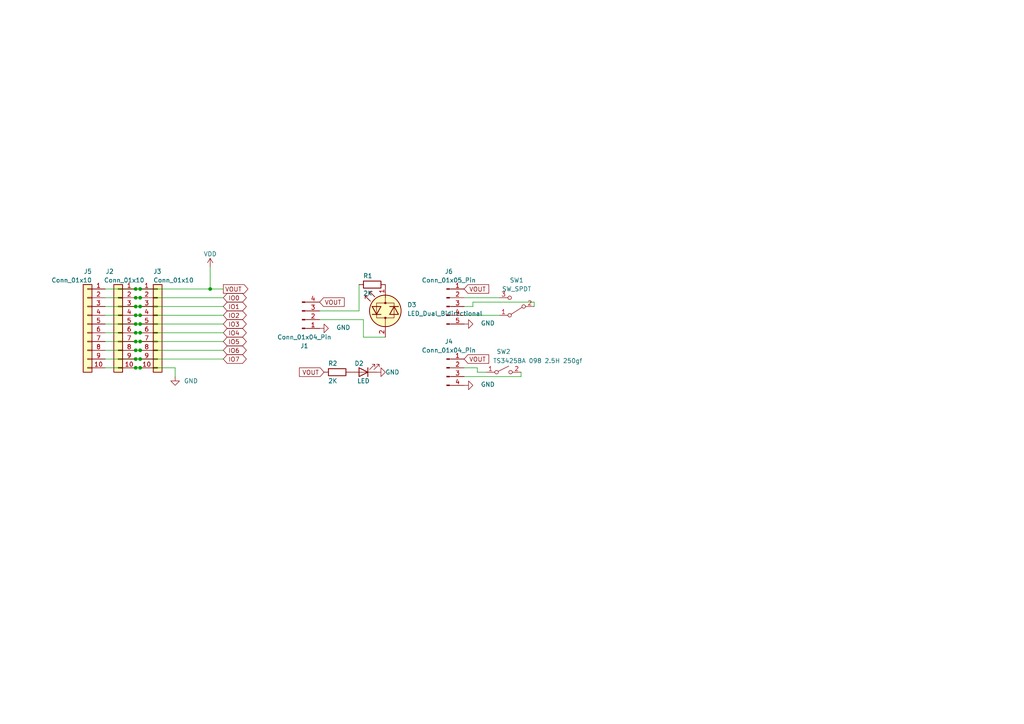
<source format=kicad_sch>
(kicad_sch (version 20231120) (generator "eeschema") (generator_version "8.0")
  (paper "A4")
  (lib_symbols
    (symbol "Connector:Conn_01x04_Pin" (pin_names (offset 1.016) hide)
      (property "Reference" "J" (at 0 5.08 0))
      (property "Value" "Conn_01x04_Pin" (at 0 -7.62 0))
      (symbol "Conn_01x04_Pin_1_1"
        (polyline (pts (xy 1.27 -5.08) (xy 0.8636 -5.08)) (stroke (width 0.1524)))
        (polyline (pts (xy 1.27 -2.54) (xy 0.8636 -2.54)) (stroke (width 0.1524)))
        (polyline (pts (xy 1.27 0) (xy 0.8636 0)) (stroke (width 0.1524)))
        (polyline (pts (xy 1.27 2.54) (xy 0.8636 2.54)) (stroke (width 0.1524)))
        (rectangle (start 0.8636 -4.953) (end 0 -5.207) (stroke (width 0.1524)) (fill (type outline)))
        (rectangle (start 0.8636 -2.413) (end 0 -2.667) (stroke (width 0.1524)) (fill (type outline)))
        (rectangle (start 0.8636 0.127) (end 0 -0.127) (stroke (width 0.1524)) (fill (type outline)))
        (rectangle (start 0.8636 2.667) (end 0 2.413) (stroke (width 0.1524)) (fill (type outline)))
        (pin passive line (at 5.08 2.54 180) (length 3.81) (name "Pin_1") (number "1"))
        (pin passive line (at 5.08 0 180) (length 3.81) (name "Pin_2") (number "2"))
        (pin passive line (at 5.08 -2.54 180) (length 3.81) (name "Pin_3") (number "3"))
        (pin passive line (at 5.08 -5.08 180) (length 3.81) (name "Pin_4") (number "4"))
      )
    )
    (symbol "Connector:Conn_01x05_Pin" (pin_names (offset 1.016) hide)
      (property "Reference" "J" (at 0 7.62 0))
      (property "Value" "Conn_01x05_Pin" (at 0 -7.62 0))
      (symbol "Conn_01x05_Pin_1_1"
        (polyline (pts (xy 1.27 -5.08) (xy 0.8636 -5.08)) (stroke (width 0.1524)))
        (polyline (pts (xy 1.27 -2.54) (xy 0.8636 -2.54)) (stroke (width 0.1524)))
        (polyline (pts (xy 1.27 0) (xy 0.8636 0)) (stroke (width 0.1524)))
        (polyline (pts (xy 1.27 2.54) (xy 0.8636 2.54)) (stroke (width 0.1524)))
        (polyline (pts (xy 1.27 5.08) (xy 0.8636 5.08)) (stroke (width 0.1524)))
        (rectangle (start 0.8636 -4.953) (end 0 -5.207) (stroke (width 0.1524)) (fill (type outline)))
        (rectangle (start 0.8636 -2.413) (end 0 -2.667) (stroke (width 0.1524)) (fill (type outline)))
        (rectangle (start 0.8636 0.127) (end 0 -0.127) (stroke (width 0.1524)) (fill (type outline)))
        (rectangle (start 0.8636 2.667) (end 0 2.413) (stroke (width 0.1524)) (fill (type outline)))
        (rectangle (start 0.8636 5.207) (end 0 4.953) (stroke (width 0.1524)) (fill (type outline)))
        (pin passive line (at 5.08 5.08 180) (length 3.81) (name "Pin_1") (number "1"))
        (pin passive line (at 5.08 2.54 180) (length 3.81) (name "Pin_2") (number "2"))
        (pin passive line (at 5.08 0 180) (length 3.81) (name "Pin_3") (number "3"))
        (pin passive line (at 5.08 -2.54 180) (length 3.81) (name "Pin_4") (number "4"))
        (pin passive line (at 5.08 -5.08 180) (length 3.81) (name "Pin_5") (number "5"))
      )
    )
    (symbol "Connector_Generic:Conn_01x10" (pin_names (offset 1.016) hide)
      (property "Reference" "J" (at 0 12.7 0))
      (property "Value" "Conn_01x10" (at 0 -15.24 0))
      (symbol "Conn_01x10_1_1"
        (rectangle (start -1.27 -12.573) (end 0 -12.827) (stroke (width 0.1524)))
        (rectangle (start -1.27 -10.033) (end 0 -10.287) (stroke (width 0.1524)))
        (rectangle (start -1.27 -7.493) (end 0 -7.747) (stroke (width 0.1524)))
        (rectangle (start -1.27 -4.953) (end 0 -5.207) (stroke (width 0.1524)))
        (rectangle (start -1.27 -2.413) (end 0 -2.667) (stroke (width 0.1524)))
        (rectangle (start -1.27 0.127) (end 0 -0.127) (stroke (width 0.1524)))
        (rectangle (start -1.27 2.667) (end 0 2.413) (stroke (width 0.1524)))
        (rectangle (start -1.27 5.207) (end 0 4.953) (stroke (width 0.1524)))
        (rectangle (start -1.27 7.747) (end 0 7.493) (stroke (width 0.1524)))
        (rectangle (start -1.27 10.287) (end 0 10.033) (stroke (width 0.1524)))
        (rectangle (start -1.27 11.43) (end 1.27 -13.97) (stroke (width 0.254)) (fill (type background)))
        (pin passive line (at -5.08 10.16 0) (length 3.81) (name "Pin_1") (number "1"))
        (pin passive line (at -5.08 -12.7 0) (length 3.81) (name "Pin_10") (number "10"))
        (pin passive line (at -5.08 7.62 0) (length 3.81) (name "Pin_2") (number "2"))
        (pin passive line (at -5.08 5.08 0) (length 3.81) (name "Pin_3") (number "3"))
        (pin passive line (at -5.08 2.54 0) (length 3.81) (name "Pin_4") (number "4"))
        (pin passive line (at -5.08 0 0) (length 3.81) (name "Pin_5") (number "5"))
        (pin passive line (at -5.08 -2.54 0) (length 3.81) (name "Pin_6") (number "6"))
        (pin passive line (at -5.08 -5.08 0) (length 3.81) (name "Pin_7") (number "7"))
        (pin passive line (at -5.08 -7.62 0) (length 3.81) (name "Pin_8") (number "8"))
        (pin passive line (at -5.08 -10.16 0) (length 3.81) (name "Pin_9") (number "9"))
      )
    )
    (symbol "Device:LED" (pin_numbers hide) (pin_names (offset 1.016) hide)
      (property "Reference" "D" (at 0 2.54 0))
      (property "Value" "LED" (at 0 -2.54 0))
      (symbol "LED_0_1"
        (polyline (pts (xy -1.27 -1.27) (xy -1.27 1.27)) (stroke (width 0.254)))
        (polyline (pts (xy -1.27 0) (xy 1.27 0)))
        (polyline (pts (xy 1.27 -1.27) (xy 1.27 1.27) (xy -1.27 0) (xy 1.27 -1.27)) (stroke (width 0.254)))
        (polyline (pts (xy -3.048 -0.762) (xy -4.572 -2.286) (xy -3.81 -2.286) (xy -4.572 -2.286) (xy -4.572 -1.524)))
        (polyline (pts (xy -1.778 -0.762) (xy -3.302 -2.286) (xy -2.54 -2.286) (xy -3.302 -2.286) (xy -3.302 -1.524)))
      )
      (symbol "LED_1_1"
        (pin passive line (at -3.81 0 0) (length 2.54) (name "K") (number "1"))
        (pin passive line (at 3.81 0 180) (length 2.54) (name "A") (number "2"))
      )
    )
    (symbol "Device:LED_Dual_Bidirectional" (pin_names (offset 0) hide)
      (property "Reference" "D" (at 0 5.715 0))
      (property "Value" "LED_Dual_Bidirectional" (at 0 -6.35 0))
      (symbol "LED_Dual_Bidirectional_0_1"
        (circle (center -2.032 0) (radius 0.254) (fill (type outline)))
        (polyline (pts (xy -4.572 0) (xy -2.54 0)))
        (polyline (pts (xy -2.032 0) (xy -2.54 0)))
        (polyline (pts (xy -1.016 3.81) (xy -1.016 1.27)) (stroke (width 0.254)))
        (polyline (pts (xy 1.27 -1.27) (xy 1.27 -3.81)) (stroke (width 0.254)))
        (polyline (pts (xy 4.064 0) (xy 2.286 0)) (fill (type outline)))
        (polyline (pts (xy 4.318 5.842) (xy 4.318 5.08)) (stroke (width 0.2032)))
        (polyline (pts (xy 5.588 4.572) (xy 5.588 3.81)) (stroke (width 0.2032)))
        (polyline (pts (xy 2.794 4.318) (xy 4.318 5.842) (xy 3.556 5.842)) (stroke (width 0.2032)))
        (polyline (pts (xy 4.064 3.048) (xy 5.588 4.572) (xy 4.826 4.572)) (stroke (width 0.2032)))
        (polyline (pts (xy -1.016 -1.27) (xy -1.016 -3.81) (xy 1.27 -2.54) (xy -1.016 -1.27)) (stroke (width 0.254)))
        (polyline (pts (xy 1.27 3.81) (xy 1.27 1.27) (xy -1.016 2.54) (xy 1.27 3.81)) (stroke (width 0.254)))
        (polyline (pts (xy 2.286 2.54) (xy -2.032 2.54) (xy -2.032 -2.54) (xy 2.286 -2.54) (xy 2.286 2.54)))
        (circle (center 0 0) (radius 4.572) (stroke (width 0.254)) (fill (type background)))
        (circle (center 2.286 0) (radius 0.254) (fill (type outline)))
      )
      (symbol "LED_Dual_Bidirectional_1_1"
        (pin input line (at 7.62 0 180) (length 3.81) (name "KA") (number "1"))
        (pin input line (at -7.62 0 0) (length 3.048) (name "AK") (number "2"))
      )
    )
    (symbol "Device:R" (pin_numbers hide) (pin_names (offset 0))
      (property "Reference" "R" (at 2.032 0 90))
      (property "Value" "R" (at 0 0 90))
      (symbol "R_0_1"
        (rectangle (start -1.016 -2.54) (end 1.016 2.54) (stroke (width 0.254)))
      )
      (symbol "R_1_1"
        (pin passive line (at 0 3.81 270) (length 1.27) (name "~") (number "1"))
        (pin passive line (at 0 -3.81 90) (length 1.27) (name "~") (number "2"))
      )
    )
    (symbol "Switch:SW_SPDT" (pin_names (offset 0) hide)
      (property "Reference" "SW" (at 0 4.318 0))
      (property "Value" "SW_SPDT" (at 0 -5.08 0))
      (symbol "SW_SPDT_0_0"
        (circle (center -2.032 0) (radius 0.508))
        (circle (center 2.032 -2.54) (radius 0.508))
      )
      (symbol "SW_SPDT_0_1"
        (polyline (pts (xy -1.524 0.254) (xy 1.651 2.286)))
        (circle (center 2.032 2.54) (radius 0.508))
      )
      (symbol "SW_SPDT_1_1"
        (pin passive line (at 5.08 2.54 180) (length 2.54) (name "A") (number "1"))
        (pin passive line (at -5.08 0 0) (length 2.54) (name "B") (number "2"))
        (pin passive line (at 5.08 -2.54 180) (length 2.54) (name "C") (number "3"))
      )
    )
    (symbol "Switch:SW_SPST" (pin_names (offset 0) hide)
      (property "Reference" "SW" (at 0 3.175 0))
      (property "Value" "SW_SPST" (at 0 -2.54 0))
      (symbol "SW_SPST_0_0"
        (circle (center -2.032 0) (radius 0.508))
        (polyline (pts (xy -1.524 0.254) (xy 1.524 1.778)))
        (circle (center 2.032 0) (radius 0.508))
      )
      (symbol "SW_SPST_1_1"
        (pin passive line (at -5.08 0 0) (length 2.54) (name "A") (number "1"))
        (pin passive line (at 5.08 0 180) (length 2.54) (name "B") (number "2"))
      )
    )
    (symbol "power:GND" (power) (pin_names (offset 0))
      (property "Value" "GND" (at 0 -3.81 0))
      (symbol "GND_0_1"
        (polyline (pts (xy 0 0) (xy 0 -1.27) (xy 1.27 -1.27) (xy 0 -2.54) (xy -1.27 -1.27) (xy 0 -1.27)))
      )
      (symbol "GND_1_1"
        (pin power_in line (at 0 0 270) (length 0) hide (name "GND") (number "1"))
      )
    )
    (symbol "power:VDD" (power) (pin_names (offset 0))
      (property "Value" "VDD" (at 0 3.81 0))
      (symbol "VDD_0_1"
        (polyline (pts (xy -0.762 1.27) (xy 0 2.54)))
        (polyline (pts (xy 0 0) (xy 0 2.54)))
        (polyline (pts (xy 0 2.54) (xy 0.762 1.27)))
      )
      (symbol "VDD_1_1"
        (pin power_in line (at 0 0 90) (length 0) hide (name "VDD") (number "1"))
      )
    )
  )
  (junction (at 39.37 99.06))
  (junction (at 39.37 83.82))
  (junction (at 39.37 101.6))
  (junction (at 39.37 104.14))
  (junction (at 40.64 96.52))
  (junction (at 39.37 93.98))
  (junction (at 39.37 106.68))
  (junction (at 40.64 101.6))
  (junction (at 40.64 91.44))
  (junction (at 39.37 91.44))
  (junction (at 40.64 88.9))
  (junction (at 40.64 86.36))
  (junction (at 60.96 83.82))
  (junction (at 40.64 106.68))
  (junction (at 40.64 83.82))
  (junction (at 39.37 96.52))
  (junction (at 40.64 104.14))
  (junction (at 39.37 88.9))
  (junction (at 40.64 99.06))
  (junction (at 39.37 86.36))
  (junction (at 40.64 93.98))
  (wire (pts (xy 40.64 91.44) (xy 64.77 91.44)))
  (wire (pts (xy 134.62 109.22) (xy 151.13 109.22)))
  (wire (pts (xy 154.94 88.9) (xy 154.94 87.63)))
  (wire (pts (xy 60.96 77.47) (xy 60.96 83.82)))
  (wire (pts (xy 30.48 99.06) (xy 39.37 99.06)))
  (wire (pts (xy 64.77 83.82) (xy 60.96 83.82)))
  (wire (pts (xy 39.37 101.6) (xy 40.64 101.6)))
  (wire (pts (xy 39.37 93.98) (xy 40.64 93.98)))
  (wire (pts (xy 137.16 88.9) (xy 134.62 88.9)))
  (wire (pts (xy 30.48 83.82) (xy 39.37 83.82)))
  (wire (pts (xy 92.71 92.71) (xy 105.41 92.71)))
  (wire (pts (xy 39.37 104.14) (xy 40.64 104.14)))
  (wire (pts (xy 39.37 96.52) (xy 40.64 96.52)))
  (wire (pts (xy 134.62 91.44) (xy 144.78 91.44)))
  (wire (pts (xy 39.37 88.9) (xy 40.64 88.9)))
  (wire (pts (xy 40.64 106.68) (xy 50.8 106.68)))
  (wire (pts (xy 30.48 104.14) (xy 39.37 104.14)))
  (wire (pts (xy 154.94 87.63) (xy 137.16 87.63)))
  (wire (pts (xy 50.8 109.22) (xy 50.8 106.68)))
  (wire (pts (xy 134.62 86.36) (xy 144.78 86.36)))
  (wire (pts (xy 40.64 101.6) (xy 64.77 101.6)))
  (wire (pts (xy 30.48 106.68) (xy 39.37 106.68)))
  (wire (pts (xy 138.43 106.68) (xy 134.62 106.68)))
  (wire (pts (xy 104.14 90.17) (xy 92.71 90.17)))
  (wire (pts (xy 39.37 83.82) (xy 40.64 83.82)))
  (wire (pts (xy 39.37 86.36) (xy 40.64 86.36)))
  (wire (pts (xy 104.14 82.55) (xy 104.14 90.17)))
  (wire (pts (xy 40.64 96.52) (xy 64.77 96.52)))
  (wire (pts (xy 30.48 93.98) (xy 39.37 93.98)))
  (wire (pts (xy 30.48 101.6) (xy 39.37 101.6)))
  (wire (pts (xy 40.64 104.14) (xy 64.77 104.14)))
  (wire (pts (xy 40.64 93.98) (xy 64.77 93.98)))
  (wire (pts (xy 105.41 92.71) (xy 105.41 97.79)))
  (wire (pts (xy 30.48 86.36) (xy 39.37 86.36)))
  (wire (pts (xy 137.16 87.63) (xy 137.16 88.9)))
  (wire (pts (xy 30.48 91.44) (xy 39.37 91.44)))
  (wire (pts (xy 40.64 99.06) (xy 64.77 99.06)))
  (wire (pts (xy 60.96 83.82) (xy 40.64 83.82)))
  (wire (pts (xy 40.64 86.36) (xy 64.77 86.36)))
  (wire (pts (xy 151.13 107.95) (xy 151.13 109.22)))
  (wire (pts (xy 105.41 97.79) (xy 111.76 97.79)))
  (wire (pts (xy 140.97 107.95) (xy 138.43 107.95)))
  (wire (pts (xy 40.64 88.9) (xy 64.77 88.9)))
  (wire (pts (xy 39.37 91.44) (xy 40.64 91.44)))
  (wire (pts (xy 39.37 106.68) (xy 40.64 106.68)))
  (wire (pts (xy 30.48 96.52) (xy 39.37 96.52)))
  (wire (pts (xy 30.48 88.9) (xy 39.37 88.9)))
  (wire (pts (xy 39.37 99.06) (xy 40.64 99.06)))
  (wire (pts (xy 138.43 107.95) (xy 138.43 106.68)))
  (global_label "IO5" (shape bidirectional) (at 64.77 99.06 0) (property "Intersheetrefs" "${INTERSHEET_REFS}" (effects (hide yes))))
  (global_label "VOUT" (shape output) (at 64.77 83.82 0) (property "Intersheetrefs" "${INTERSHEET_REFS}" (effects (hide yes))))
  (global_label "IO2" (shape bidirectional) (at 64.77 91.44 0) (property "Intersheetrefs" "${INTERSHEET_REFS}" (effects (hide yes))))
  (global_label "VOUT" (shape input) (at 93.98 107.95 180) (property "Intersheetrefs" "${INTERSHEET_REFS}" (effects (hide yes))))
  (global_label "VOUT" (shape input) (at 92.71 87.63 0) (property "Intersheetrefs" "${INTERSHEET_REFS}" (effects (hide yes))))
  (global_label "VOUT" (shape input) (at 134.62 104.14 0) (property "Intersheetrefs" "${INTERSHEET_REFS}" (effects (hide yes))))
  (global_label "IO4" (shape bidirectional) (at 64.77 96.52 0) (property "Intersheetrefs" "${INTERSHEET_REFS}" (effects (hide yes))))
  (global_label "IO6" (shape bidirectional) (at 64.77 101.6 0) (property "Intersheetrefs" "${INTERSHEET_REFS}" (effects (hide yes))))
  (global_label "IO1" (shape bidirectional) (at 64.77 88.9 0) (property "Intersheetrefs" "${INTERSHEET_REFS}" (effects (hide yes))))
  (global_label "IO0" (shape bidirectional) (at 64.77 86.36 0) (property "Intersheetrefs" "${INTERSHEET_REFS}" (effects (hide yes))))
  (global_label "VOUT" (shape input) (at 134.62 83.82 0) (property "Intersheetrefs" "${INTERSHEET_REFS}" (effects (hide yes))))
  (global_label "IO3" (shape bidirectional) (at 64.77 93.98 0) (property "Intersheetrefs" "${INTERSHEET_REFS}" (effects (hide yes))))
  (global_label "IO7" (shape bidirectional) (at 64.77 104.14 0) (property "Intersheetrefs" "${INTERSHEET_REFS}" (effects (hide yes))))
  (symbol (lib_id "Device:LED") (at 105.41 107.95 180) (unit 1) (on_board no)
    (property "Reference" "D2" (at 104.14 105.41 0))
    (property "Value" "LED" (at 105.41 110.49 0))
    (property "Footprint" "LED_SMD:LED_0805_2012Metric" (effects (hide yes)))
  )
  (symbol (lib_id "Device:LED_Dual_Bidirectional") (at 111.76 90.17 90) (unit 1) (on_board no)
    (property "Reference" "D3" (at 118.11 88.4046 90) (effects (justify right)))
    (property "Value" "LED_Dual_Bidirectional" (at 118.11 90.9446 90) (effects (justify right)))
    (property "Description" "Dual LED, bidirectional" (effects (hide yes)))
  )
  (symbol (lib_id "power:GND") (at 109.22 107.95 90) (unit 1) (on_board no)
    (property "Reference" "#PWR01" (effects (hide yes)))
    (property "Value" "GND" (at 111.76 107.95 90) (effects (justify right)))
  )
  (symbol (lib_id "Switch:SW_SPST") (at 146.05 107.95 0) (unit 1) (on_board no)
    (property "Reference" "SW2" (at 146.05 101.981 0))
    (property "Value" "TS3425BA 098 2.5H 250gf" (at 155.956 104.648 0))
    (property "Footprint" "Button_Switch_SMD:SW_SPST_PTS810" (effects (hide yes)))
  )
  (symbol (lib_id "Connector:Conn_01x05_Pin") (at 129.54 88.9 0) (unit 1) (on_board no)
    (property "Reference" "J6" (at 130.175 78.74 0))
    (property "Value" "Conn_01x05_Pin" (at 130.175 81.28 0))
    (property "Footprint" "Connector_PinHeader_2.54mm:PinHeader_1x05_P2.54mm_Vertical" (effects (hide yes)))
    (property "Description" "Generic connector, single row, 01x05, script generated" (effects (hide yes)))
  )
  (symbol (lib_id "Connector:Conn_01x04_Pin") (at 87.63 92.71 0) (mirror x) (unit 1) (on_board no)
    (property "Reference" "J1" (at 88.265 100.33 0))
    (property "Value" "Conn_01x04_Pin" (at 88.265 97.79 0))
    (property "Footprint" "Connector_PinHeader_2.54mm:PinHeader_1x04_P2.54mm_Vertical" (effects (hide yes)))
    (property "Description" "Generic connector, single row, 01x04, script generated" (effects (hide yes)))
  )
  (symbol (lib_id "Connector_Generic:Conn_01x10") (at 34.29 93.98 0) (mirror y) (unit 1)
    (property "Reference" "J2" (at 33.02 78.74 0) (effects (justify left)))
    (property "Value" "Conn_01x10" (at 41.91 81.28 0) (effects (justify left)))
    (property "Footprint" "Connector_PinSocket_2.54mm:PinSocket_1x10_P2.54mm_Horizontal" (effects (hide yes)))
  )
  (symbol (lib_id "Connector:Conn_01x04_Pin") (at 129.54 106.68 0) (unit 1) (on_board no)
    (property "Reference" "J4" (at 130.175 99.06 0))
    (property "Value" "Conn_01x04_Pin" (at 130.175 101.6 0))
    (property "Footprint" "Connector_PinHeader_2.54mm:PinHeader_1x04_P2.54mm_Vertical" (effects (hide yes)))
    (property "Description" "Generic connector, single row, 01x04, script generated" (effects (hide yes)))
  )
  (symbol (lib_id "power:GND") (at 134.62 111.76 90) (unit 1) (on_board no)
    (property "Reference" "#PWR03" (effects (hide yes)))
    (property "Value" "GND" (at 139.446 111.506 90) (effects (justify right)))
  )
  (symbol (lib_id "power:GND") (at 92.71 95.25 90) (unit 1) (on_board no)
    (property "Reference" "#PWR02" (effects (hide yes)))
    (property "Value" "GND" (at 97.536 94.996 90) (effects (justify right)))
  )
  (symbol (lib_id "power:GND") (at 50.8 109.22 0) (unit 1)
    (property "Reference" "#PWR06" (effects (hide yes)))
    (property "Value" "GND" (at 53.34 110.49 0) (effects (justify left)))
  )
  (symbol (lib_id "Device:R") (at 97.79 107.95 90) (unit 1) (on_board no)
    (property "Reference" "R2" (at 96.52 105.41 90))
    (property "Value" "2K" (at 96.52 110.49 90))
    (property "Footprint" "Resistor_SMD:R_0805_2012Metric" (effects (hide yes)))
  )
  (symbol (lib_id "power:VDD") (at 60.96 77.47 0) (unit 1)
    (property "Reference" "#PWR04" (effects (hide yes)))
    (property "Value" "VDD" (at 60.96 73.66 0))
  )
  (symbol (lib_id "Connector_Generic:Conn_01x10") (at 45.72 93.98 0) (unit 1)
    (property "Reference" "J3" (at 44.45 78.74 0) (effects (justify left)))
    (property "Value" "Conn_01x10" (at 44.45 81.28 0) (effects (justify left)))
    (property "Footprint" "pinheader-reduced:PinHeader_1x10_P2.54mm_Vertical_No_Silk" (effects (hide yes)))
  )
  (symbol (lib_id "power:GND") (at 134.62 93.98 90) (unit 1) (on_board no)
    (property "Reference" "#PWR05" (effects (hide yes)))
    (property "Value" "GND" (at 139.446 93.726 90) (effects (justify right)))
  )
  (symbol (lib_id "Connector_Generic:Conn_01x10") (at 25.4 93.98 0) (mirror y) (unit 1)
    (property "Reference" "J5" (at 26.67 78.74 0) (effects (justify left)))
    (property "Value" "Conn_01x10" (at 26.67 81.28 0) (effects (justify left)))
    (property "Footprint" "pinheader-reduced:PinHeader_1x10_P2.54mm_Vertical_Reduced_2" (effects (hide yes)))
  )
  (symbol (lib_id "Device:R") (at 107.95 82.55 90) (unit 1) (on_board no)
    (property "Reference" "R1" (at 106.68 80.01 90))
    (property "Value" "2K" (at 106.68 85.09 90))
    (property "Footprint" "Resistor_SMD:R_0805_2012Metric" (effects (hide yes)))
  )
  (symbol (lib_id "Switch:SW_SPDT") (at 149.86 88.9 180) (unit 1) (on_board no)
    (property "Reference" "SW1" (at 149.86 81.28 0))
    (property "Value" "SW_SPDT" (at 149.86 83.82 0))
    (property "Footprint" "Button_Switch_SMD:SW_SPDT_PCM12" (effects (hide yes)))
  )
)
</source>
